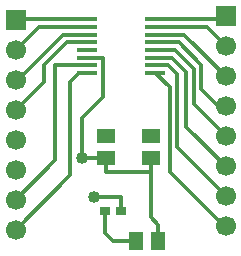
<source format=gbr>
G04 DipTrace 3.1.0.1*
G04 Top.gbr*
%MOIN*%
G04 #@! TF.FileFunction,Copper,L1,Top*
G04 #@! TF.Part,Single*
G04 #@! TA.AperFunction,Conductor*
%ADD14C,0.012992*%
%ADD15R,0.059055X0.051181*%
%ADD16R,0.051181X0.059055*%
G04 #@! TA.AperFunction,ComponentPad*
%ADD17R,0.066929X0.066929*%
%ADD18C,0.066929*%
%ADD19R,0.035433X0.027559*%
%ADD20R,0.070866X0.015748*%
G04 #@! TA.AperFunction,ViaPad*
%ADD21C,0.04*%
%FSLAX26Y26*%
G04*
G70*
G90*
G75*
G01*
G04 Top*
%LPD*%
X729823Y1105614D2*
D14*
X784744D1*
Y974339D1*
X714740Y904335D1*
Y769197D1*
X794000D2*
Y724118D1*
X944000D1*
Y573138D1*
X968803Y548335D1*
Y494000D1*
X944000Y724118D2*
Y769197D1*
X714740D2*
X794000D1*
X958169Y1233567D2*
X1183556D1*
X1193990Y1244000D1*
X958169Y1182386D2*
X1055604D1*
X1193990Y1044000D1*
X729823Y1156795D2*
X663045D1*
X587749Y1081500D1*
Y1025249D1*
X494000Y931500D1*
X754228Y640772D2*
X844000D1*
Y594000D1*
X729823Y1207976D2*
X570476D1*
X494000Y1131500D1*
X729823Y1233567D2*
X496067D1*
X494000Y1231500D1*
X958169Y1131205D2*
X1025428D1*
X1087709Y1068924D1*
Y950281D1*
X1193990Y844000D1*
X894000Y494000D2*
X818804D1*
X792819Y519986D1*
Y594000D1*
X1193990Y1144000D2*
X1130013Y1207976D1*
X958169D1*
Y1080024D2*
X1001617D1*
X1031465Y1050176D1*
Y806525D1*
X1193990Y644000D1*
Y544000D2*
X1187677D1*
X1006467Y725210D1*
Y1006143D1*
X958177Y1054433D1*
X1193990Y744000D2*
X1062711Y875278D1*
Y1056425D1*
X1013522Y1105614D1*
X958169D1*
X1193990Y944000D2*
X1168887D1*
X1112706Y1000181D1*
Y1081423D1*
X1037333Y1156795D1*
X958169D1*
X729823Y1182386D2*
X651136D1*
X500251Y1031500D1*
X494000D1*
X729823Y1080024D2*
X625249D1*
Y762751D1*
X494000Y631500D1*
X729823Y1054433D2*
X704433D1*
X675249Y1025249D1*
Y712751D1*
X494000Y531500D1*
D21*
X714740Y769197D3*
X754228Y640772D3*
D15*
X944000Y844000D3*
Y769197D3*
X794000Y844000D3*
Y769197D3*
D16*
X894000Y494000D3*
X968803D3*
D17*
X494000Y1231500D3*
D18*
Y1131500D3*
Y1031500D3*
Y931500D3*
Y831500D3*
Y731500D3*
Y631500D3*
Y531500D3*
D17*
X1193990Y1244000D3*
D18*
Y1144000D3*
Y1044000D3*
Y944000D3*
Y844000D3*
Y744000D3*
Y644000D3*
Y544000D3*
D19*
X844000Y594000D3*
X792819D3*
D20*
X729823Y1233567D3*
Y1207976D3*
Y1182386D3*
Y1156795D3*
Y1131205D3*
Y1105614D3*
Y1080024D3*
Y1054433D3*
X958177D3*
X958169Y1080024D3*
Y1105614D3*
Y1131205D3*
Y1156795D3*
Y1182386D3*
Y1207976D3*
Y1233567D3*
M02*

</source>
